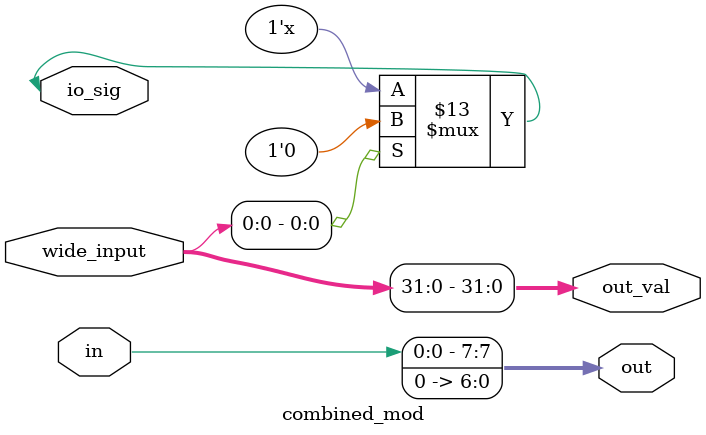
<source format=sv>
module combined_mod(
  input logic signed [7:0] in,
  input logic [63:0] wide_input,
  output logic [31:0] out_val,
  inout logic io_sig,
  output logic signed [7:0] out
);

  // Shift operation inside a loop
  always_comb begin
    for (int i = 0; i < 8; i++) begin
      out = in << i;
    end
  end

  // Connect output value from wide input
  assign out_val = wide_input[31:0];

  // Tri-state buffer for inout port
  assign io_sig = (wide_input[0]) ? out[0] : 1'bz;

endmodule
</source>
